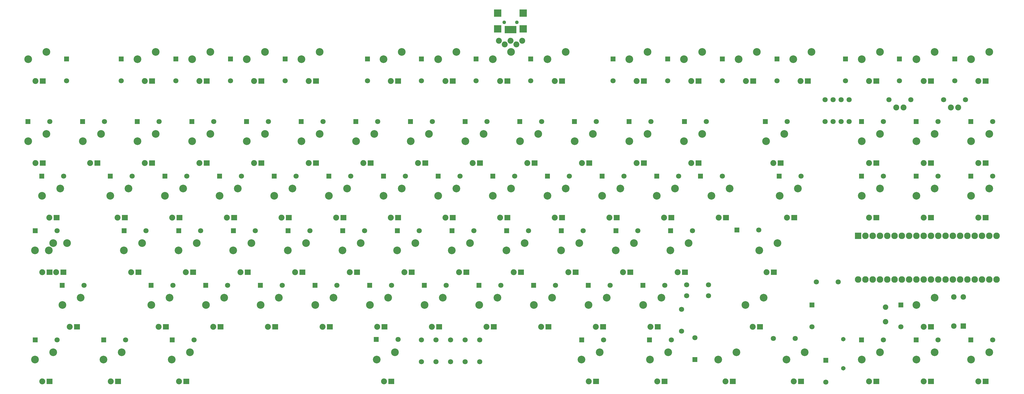
<source format=gts>
G04 (created by PCBNEW (2013-04-19 BZR 4011)-stable) date 14/07/2013 10:02:36 PM*
%MOIN*%
G04 Gerber Fmt 3.4, Leading zero omitted, Abs format*
%FSLAX34Y34*%
G01*
G70*
G90*
G04 APERTURE LIST*
%ADD10C,0*%
%ADD11C,0.105748*%
%ADD12R,0.081748X0.074748*%
%ADD13C,0.081748*%
%ADD14C,0.089748*%
%ADD15R,0.089748X0.089748*%
%ADD16C,0.070748*%
%ADD17R,0.070748X0.070748*%
%ADD18R,0.102248X0.102248*%
%ADD19R,0.035348X0.102248*%
%ADD20C,0.051148*%
%ADD21C,0.075748*%
%ADD22R,0.075748X0.075748*%
%ADD23C,0.074848*%
%ADD24C,0.060748*%
G04 APERTURE END LIST*
G54D10*
G54D11*
X110072Y-42095D03*
X107572Y-43095D03*
G54D12*
X109572Y-46095D03*
G54D13*
X108572Y-46095D03*
X128260Y-15970D03*
X129260Y-15970D03*
X135760Y-15970D03*
X136760Y-15970D03*
G54D14*
X123010Y-39595D03*
X124010Y-39595D03*
X125010Y-39595D03*
X126010Y-39595D03*
X127010Y-39595D03*
X128010Y-39595D03*
X129010Y-39595D03*
X130010Y-39595D03*
X131010Y-39595D03*
X132010Y-39595D03*
X133010Y-39595D03*
X134010Y-39595D03*
X135010Y-39595D03*
X136010Y-39595D03*
X137010Y-39595D03*
X138010Y-39595D03*
X139010Y-39595D03*
X140010Y-39595D03*
X141010Y-39595D03*
X142010Y-39595D03*
X142010Y-33595D03*
X141010Y-33595D03*
X140010Y-33595D03*
X139010Y-33595D03*
X138010Y-33595D03*
X137010Y-33595D03*
X136010Y-33595D03*
X135010Y-33595D03*
X134010Y-33595D03*
X133010Y-33595D03*
X132010Y-33595D03*
X131010Y-33595D03*
X130010Y-33595D03*
X129010Y-33595D03*
X128010Y-33595D03*
X127010Y-33595D03*
X126010Y-33595D03*
X125010Y-33595D03*
X124010Y-33595D03*
G54D15*
X123010Y-33595D03*
G54D16*
X65100Y-50900D03*
X65100Y-47900D03*
X69100Y-50900D03*
X69100Y-47900D03*
X71100Y-50900D03*
X71100Y-47900D03*
X111400Y-47700D03*
X114400Y-47700D03*
X118500Y-14900D03*
X118500Y-17900D03*
X119600Y-14900D03*
X119600Y-17900D03*
X120700Y-14900D03*
X120700Y-17900D03*
X98800Y-43700D03*
X98800Y-46700D03*
X121800Y-14900D03*
X121800Y-17900D03*
G54D11*
X11635Y-19595D03*
X9135Y-20595D03*
G54D12*
X11135Y-23595D03*
G54D13*
X10135Y-23595D03*
G54D11*
X141010Y-49595D03*
X138510Y-50595D03*
G54D12*
X140510Y-53595D03*
G54D13*
X139510Y-53595D03*
G54D11*
X133510Y-27095D03*
X131010Y-28095D03*
G54D12*
X133010Y-31095D03*
G54D13*
X132010Y-31095D03*
G54D11*
X109135Y-8345D03*
X106635Y-9345D03*
G54D12*
X108635Y-12345D03*
G54D13*
X107635Y-12345D03*
G54D11*
X105385Y-27095D03*
X102885Y-28095D03*
G54D12*
X104885Y-31095D03*
G54D13*
X103885Y-31095D03*
G54D11*
X101635Y-19595D03*
X99135Y-20595D03*
G54D12*
X101135Y-23595D03*
G54D13*
X100135Y-23595D03*
G54D11*
X126010Y-8345D03*
X123510Y-9345D03*
G54D12*
X125510Y-12345D03*
G54D13*
X124510Y-12345D03*
G54D11*
X133510Y-19595D03*
X131010Y-20595D03*
G54D12*
X133010Y-23595D03*
G54D13*
X132010Y-23595D03*
G54D11*
X99760Y-34595D03*
X97260Y-35595D03*
G54D12*
X99260Y-38595D03*
G54D13*
X98260Y-38595D03*
G54D11*
X79135Y-19595D03*
X76635Y-20595D03*
G54D12*
X78635Y-23595D03*
G54D13*
X77635Y-23595D03*
G54D11*
X126010Y-27095D03*
X123510Y-28095D03*
G54D12*
X125510Y-31095D03*
G54D13*
X124510Y-31095D03*
G54D11*
X133510Y-8345D03*
X131010Y-9345D03*
G54D12*
X133010Y-12345D03*
G54D13*
X132010Y-12345D03*
G54D11*
X116635Y-8345D03*
X114135Y-9345D03*
G54D12*
X116135Y-12345D03*
G54D13*
X115135Y-12345D03*
G54D11*
X36010Y-42095D03*
X33510Y-43095D03*
G54D12*
X35510Y-46095D03*
G54D13*
X34510Y-46095D03*
G54D11*
X60385Y-27095D03*
X57885Y-28095D03*
G54D12*
X59885Y-31095D03*
G54D13*
X58885Y-31095D03*
G54D11*
X56635Y-19595D03*
X54135Y-20595D03*
G54D12*
X56135Y-23595D03*
G54D13*
X55135Y-23595D03*
G54D11*
X49135Y-8345D03*
X46635Y-9345D03*
G54D12*
X48635Y-12345D03*
G54D13*
X47635Y-12345D03*
G54D11*
X51010Y-42095D03*
X48510Y-43095D03*
G54D12*
X50510Y-46095D03*
G54D13*
X49510Y-46095D03*
G54D11*
X47260Y-34595D03*
X44760Y-35595D03*
G54D12*
X46760Y-38595D03*
G54D13*
X45760Y-38595D03*
G54D11*
X52885Y-27095D03*
X50385Y-28095D03*
G54D12*
X52385Y-31095D03*
G54D13*
X51385Y-31095D03*
G54D11*
X49135Y-19595D03*
X46635Y-20595D03*
G54D12*
X48635Y-23595D03*
G54D13*
X47635Y-23595D03*
G54D11*
X41635Y-8345D03*
X39135Y-9345D03*
G54D12*
X41135Y-12345D03*
G54D13*
X40135Y-12345D03*
G54D11*
X43510Y-42095D03*
X41010Y-43095D03*
G54D12*
X43010Y-46095D03*
G54D13*
X42010Y-46095D03*
G54D11*
X39760Y-34595D03*
X37260Y-35595D03*
G54D12*
X39260Y-38595D03*
G54D13*
X38260Y-38595D03*
G54D11*
X45385Y-27095D03*
X42885Y-28095D03*
G54D12*
X44885Y-31095D03*
G54D13*
X43885Y-31095D03*
G54D11*
X41635Y-19595D03*
X39135Y-20595D03*
G54D12*
X41135Y-23595D03*
G54D13*
X40135Y-23595D03*
G54D11*
X34135Y-8345D03*
X31635Y-9345D03*
G54D12*
X33635Y-12345D03*
G54D13*
X32635Y-12345D03*
G54D11*
X101635Y-8345D03*
X99135Y-9345D03*
G54D12*
X101135Y-12345D03*
G54D13*
X100135Y-12345D03*
G54D11*
X32260Y-34595D03*
X29760Y-35595D03*
G54D12*
X31760Y-38595D03*
G54D13*
X30760Y-38595D03*
G54D11*
X37885Y-27095D03*
X35385Y-28095D03*
G54D12*
X37385Y-31095D03*
G54D13*
X36385Y-31095D03*
G54D11*
X34135Y-19595D03*
X31635Y-20595D03*
G54D12*
X33635Y-23595D03*
G54D13*
X32635Y-23595D03*
G54D11*
X26635Y-8345D03*
X24135Y-9345D03*
G54D12*
X26135Y-12345D03*
G54D13*
X25135Y-12345D03*
G54D11*
X28510Y-42095D03*
X26010Y-43095D03*
G54D12*
X28010Y-46095D03*
G54D13*
X27010Y-46095D03*
G54D11*
X24760Y-34595D03*
X22260Y-35595D03*
G54D12*
X24260Y-38595D03*
G54D13*
X23260Y-38595D03*
G54D11*
X30385Y-27095D03*
X27885Y-28095D03*
G54D12*
X29885Y-31095D03*
G54D13*
X28885Y-31095D03*
G54D11*
X26635Y-19595D03*
X24135Y-20595D03*
G54D12*
X26135Y-23595D03*
G54D13*
X25135Y-23595D03*
G54D11*
X22885Y-27095D03*
X20385Y-28095D03*
G54D12*
X22385Y-31095D03*
G54D13*
X21385Y-31095D03*
G54D11*
X19135Y-19595D03*
X16635Y-20595D03*
G54D12*
X18635Y-23595D03*
G54D13*
X17635Y-23595D03*
G54D11*
X11635Y-8345D03*
X9135Y-9345D03*
G54D12*
X11135Y-12345D03*
G54D13*
X10135Y-12345D03*
G54D11*
X54760Y-34595D03*
X52260Y-35595D03*
G54D12*
X54260Y-38595D03*
G54D13*
X53260Y-38595D03*
G54D11*
X96010Y-42095D03*
X93510Y-43095D03*
G54D12*
X95510Y-46095D03*
G54D13*
X94510Y-46095D03*
G54D11*
X92260Y-34595D03*
X89760Y-35595D03*
G54D12*
X91760Y-38595D03*
G54D13*
X90760Y-38595D03*
G54D11*
X97885Y-27095D03*
X95385Y-28095D03*
G54D12*
X97385Y-31095D03*
G54D13*
X96385Y-31095D03*
G54D11*
X94135Y-19595D03*
X91635Y-20595D03*
G54D12*
X93635Y-23595D03*
G54D13*
X92635Y-23595D03*
G54D11*
X94135Y-8345D03*
X91635Y-9345D03*
G54D12*
X93635Y-12345D03*
G54D13*
X92635Y-12345D03*
G54D11*
X88510Y-42095D03*
X86010Y-43095D03*
G54D12*
X88010Y-46095D03*
G54D13*
X87010Y-46095D03*
G54D11*
X84760Y-34595D03*
X82260Y-35595D03*
G54D12*
X84260Y-38595D03*
G54D13*
X83260Y-38595D03*
G54D11*
X90385Y-27095D03*
X87885Y-28095D03*
G54D12*
X89885Y-31095D03*
G54D13*
X88885Y-31095D03*
G54D11*
X86635Y-19595D03*
X84135Y-20595D03*
G54D12*
X86135Y-23595D03*
G54D13*
X85135Y-23595D03*
G54D11*
X82885Y-8345D03*
X80385Y-9345D03*
G54D12*
X82385Y-12345D03*
G54D13*
X81385Y-12345D03*
G54D11*
X81010Y-42095D03*
X78510Y-43095D03*
G54D12*
X80510Y-46095D03*
G54D13*
X79510Y-46095D03*
G54D11*
X77260Y-34595D03*
X74760Y-35595D03*
G54D12*
X76760Y-38595D03*
G54D13*
X75760Y-38595D03*
G54D11*
X82885Y-27095D03*
X80385Y-28095D03*
G54D12*
X82385Y-31095D03*
G54D13*
X81385Y-31095D03*
G54D11*
X75385Y-8345D03*
X72885Y-9345D03*
G54D12*
X74885Y-12345D03*
G54D13*
X73885Y-12345D03*
G54D11*
X73510Y-42095D03*
X71010Y-43095D03*
G54D12*
X73010Y-46095D03*
G54D13*
X72010Y-46095D03*
G54D11*
X69760Y-34595D03*
X67260Y-35595D03*
G54D12*
X69260Y-38595D03*
G54D13*
X68260Y-38595D03*
G54D11*
X75385Y-27095D03*
X72885Y-28095D03*
G54D12*
X74885Y-31095D03*
G54D13*
X73885Y-31095D03*
G54D11*
X71635Y-19595D03*
X69135Y-20595D03*
G54D12*
X71135Y-23595D03*
G54D13*
X70135Y-23595D03*
G54D11*
X67885Y-8345D03*
X65385Y-9345D03*
G54D12*
X67385Y-12345D03*
G54D13*
X66385Y-12345D03*
G54D11*
X66010Y-42095D03*
X63510Y-43095D03*
G54D12*
X65510Y-46095D03*
G54D13*
X64510Y-46095D03*
G54D11*
X62260Y-34595D03*
X59760Y-35595D03*
G54D12*
X61760Y-38595D03*
G54D13*
X60760Y-38595D03*
G54D11*
X67885Y-27095D03*
X65385Y-28095D03*
G54D12*
X67385Y-31095D03*
G54D13*
X66385Y-31095D03*
G54D11*
X64135Y-19595D03*
X61635Y-20595D03*
G54D12*
X63635Y-23595D03*
G54D13*
X62635Y-23595D03*
G54D11*
X60385Y-8345D03*
X57885Y-9345D03*
G54D12*
X59885Y-12345D03*
G54D13*
X58885Y-12345D03*
G54D11*
X58510Y-42095D03*
X56010Y-43095D03*
G54D12*
X58010Y-46095D03*
G54D13*
X57010Y-46095D03*
G54D11*
X133510Y-49595D03*
X131010Y-50595D03*
G54D12*
X133010Y-53595D03*
G54D13*
X132010Y-53595D03*
G54D11*
X133510Y-42095D03*
X131010Y-43095D03*
G54D12*
X133010Y-46095D03*
G54D13*
X132010Y-46095D03*
G54D11*
X126010Y-49595D03*
X123510Y-50595D03*
G54D12*
X125510Y-53595D03*
G54D13*
X124510Y-53595D03*
G54D11*
X126010Y-19595D03*
X123510Y-20595D03*
G54D12*
X125510Y-23595D03*
G54D13*
X124510Y-23595D03*
G54D11*
X141010Y-8345D03*
X138510Y-9345D03*
G54D12*
X140510Y-12345D03*
G54D13*
X139510Y-12345D03*
G54D11*
X141010Y-19595D03*
X138510Y-20595D03*
G54D12*
X140510Y-23595D03*
G54D13*
X139510Y-23595D03*
G54D11*
X141010Y-27095D03*
X138510Y-28095D03*
G54D12*
X140510Y-31095D03*
G54D13*
X139510Y-31095D03*
G54D11*
X114760Y-27095D03*
X112260Y-28095D03*
G54D12*
X114260Y-31095D03*
G54D13*
X113260Y-31095D03*
G54D11*
X13510Y-27095D03*
X11010Y-28095D03*
G54D12*
X13010Y-31095D03*
G54D13*
X12010Y-31095D03*
G54D11*
X31322Y-49595D03*
X28822Y-50595D03*
G54D12*
X30822Y-53595D03*
G54D13*
X29822Y-53595D03*
G54D11*
X21947Y-49595D03*
X19447Y-50595D03*
G54D12*
X21447Y-53595D03*
G54D13*
X20447Y-53595D03*
G54D11*
X12572Y-49595D03*
X10072Y-50595D03*
G54D12*
X12072Y-53595D03*
G54D13*
X11072Y-53595D03*
G54D11*
X106322Y-49595D03*
X103822Y-50595D03*
G54D12*
X105822Y-53595D03*
G54D13*
X104822Y-53595D03*
G54D11*
X115697Y-49595D03*
X113197Y-50595D03*
G54D12*
X115197Y-53595D03*
G54D13*
X114197Y-53595D03*
G54D11*
X96947Y-49595D03*
X94447Y-50595D03*
G54D12*
X96447Y-53595D03*
G54D13*
X95447Y-53595D03*
G54D11*
X87572Y-49595D03*
X85072Y-50595D03*
G54D12*
X87072Y-53595D03*
G54D13*
X86072Y-53595D03*
G54D11*
X59447Y-49595D03*
X56947Y-50595D03*
G54D12*
X58947Y-53595D03*
G54D13*
X57947Y-53595D03*
G54D11*
X111947Y-34595D03*
X109447Y-35595D03*
G54D12*
X111447Y-38595D03*
G54D13*
X110447Y-38595D03*
G54D11*
X16322Y-42095D03*
X13822Y-43095D03*
G54D12*
X15822Y-46095D03*
G54D13*
X14822Y-46095D03*
X12947Y-38595D03*
G54D12*
X13947Y-38595D03*
G54D11*
X11947Y-35595D03*
X14447Y-34595D03*
X12572Y-34595D03*
X10072Y-35595D03*
G54D12*
X12072Y-38595D03*
G54D13*
X11072Y-38595D03*
G54D11*
X112885Y-19595D03*
X110385Y-20595D03*
G54D12*
X112385Y-23595D03*
G54D13*
X111385Y-23595D03*
G54D17*
X65400Y-25400D03*
G54D16*
X68400Y-25400D03*
G54D17*
X76600Y-17900D03*
G54D16*
X79600Y-17900D03*
G54D17*
X70600Y-9300D03*
G54D16*
X70600Y-12300D03*
G54D17*
X71000Y-40400D03*
G54D16*
X74000Y-40400D03*
G54D17*
X67300Y-32900D03*
G54D16*
X70300Y-32900D03*
G54D17*
X72900Y-25400D03*
G54D16*
X75900Y-25400D03*
G54D17*
X69100Y-17900D03*
G54D16*
X72100Y-17900D03*
G54D17*
X63100Y-9300D03*
G54D16*
X63100Y-12300D03*
G54D17*
X111900Y-9300D03*
G54D16*
X111900Y-12300D03*
G54D17*
X63500Y-40400D03*
G54D16*
X66500Y-40400D03*
G54D17*
X59800Y-32900D03*
G54D16*
X62800Y-32900D03*
G54D17*
X123500Y-17900D03*
G54D16*
X126500Y-17900D03*
G54D17*
X80400Y-25400D03*
G54D16*
X83400Y-25400D03*
G54D17*
X61600Y-17900D03*
G54D16*
X64600Y-17900D03*
G54D17*
X123500Y-25400D03*
G54D16*
X126500Y-25400D03*
G54D17*
X55700Y-9300D03*
G54D16*
X55700Y-12300D03*
G54D17*
X56000Y-40400D03*
G54D16*
X59000Y-40400D03*
G54D17*
X57900Y-25400D03*
G54D16*
X60900Y-25400D03*
G54D17*
X121300Y-9300D03*
G54D16*
X121300Y-12300D03*
G54D17*
X54100Y-17900D03*
G54D16*
X57100Y-17900D03*
G54D17*
X44400Y-9300D03*
G54D16*
X44400Y-12300D03*
G54D17*
X131000Y-17900D03*
G54D16*
X134000Y-17900D03*
G54D17*
X86000Y-40400D03*
G54D16*
X89000Y-40400D03*
G54D17*
X99200Y-17900D03*
G54D16*
X102200Y-17900D03*
G54D17*
X96900Y-9300D03*
G54D16*
X96900Y-12300D03*
G54D17*
X56885Y-47845D03*
G54D16*
X59885Y-47845D03*
G54D17*
X93500Y-40400D03*
G54D16*
X96500Y-40400D03*
G54D17*
X101400Y-25400D03*
G54D16*
X104400Y-25400D03*
G54D17*
X89800Y-32900D03*
G54D16*
X92800Y-32900D03*
G54D17*
X95400Y-25400D03*
G54D16*
X98400Y-25400D03*
G54D17*
X97300Y-32900D03*
G54D16*
X100300Y-32900D03*
G54D17*
X91600Y-17900D03*
G54D16*
X94600Y-17900D03*
G54D17*
X89400Y-9300D03*
G54D16*
X89400Y-12300D03*
G54D17*
X14400Y-9300D03*
G54D16*
X14400Y-12300D03*
G54D17*
X82300Y-32900D03*
G54D16*
X85300Y-32900D03*
G54D17*
X104400Y-9300D03*
G54D16*
X104400Y-12300D03*
G54D17*
X87900Y-25400D03*
G54D16*
X90900Y-25400D03*
G54D17*
X84100Y-17900D03*
G54D16*
X87100Y-17900D03*
G54D17*
X110300Y-17900D03*
G54D16*
X113300Y-17900D03*
G54D17*
X78100Y-9300D03*
G54D16*
X78100Y-12300D03*
G54D17*
X78500Y-40400D03*
G54D16*
X81500Y-40400D03*
G54D17*
X112200Y-25400D03*
G54D16*
X115200Y-25400D03*
G54D17*
X74800Y-32900D03*
G54D16*
X77800Y-32900D03*
G54D17*
X52300Y-32900D03*
G54D16*
X55300Y-32900D03*
G54D17*
X26000Y-40400D03*
G54D16*
X29000Y-40400D03*
G54D17*
X29400Y-9300D03*
G54D16*
X29400Y-12300D03*
G54D17*
X28900Y-47900D03*
G54D16*
X31900Y-47900D03*
G54D17*
X33500Y-40400D03*
G54D16*
X36500Y-40400D03*
G54D17*
X29800Y-32900D03*
G54D16*
X32800Y-32900D03*
G54D17*
X48500Y-40400D03*
G54D16*
X51500Y-40400D03*
G54D17*
X31600Y-17900D03*
G54D16*
X34600Y-17900D03*
G54D17*
X94400Y-47900D03*
G54D16*
X97400Y-47900D03*
G54D17*
X21900Y-9300D03*
G54D16*
X21900Y-12300D03*
G54D17*
X19500Y-47900D03*
G54D16*
X22500Y-47900D03*
G54D17*
X35400Y-25400D03*
G54D16*
X38400Y-25400D03*
G54D17*
X22300Y-32900D03*
G54D16*
X25300Y-32900D03*
G54D17*
X11000Y-25400D03*
G54D16*
X14000Y-25400D03*
G54D17*
X27900Y-25400D03*
G54D16*
X30900Y-25400D03*
G54D17*
X24100Y-17900D03*
G54D16*
X27100Y-17900D03*
G54D17*
X9100Y-17900D03*
G54D16*
X12100Y-17900D03*
G54D17*
X10100Y-47900D03*
G54D16*
X13100Y-47900D03*
G54D17*
X13800Y-40400D03*
G54D16*
X16800Y-40400D03*
G54D17*
X10100Y-32900D03*
G54D16*
X13100Y-32900D03*
G54D17*
X20400Y-25400D03*
G54D16*
X23400Y-25400D03*
G54D17*
X16600Y-17900D03*
G54D16*
X19600Y-17900D03*
G54D17*
X85100Y-47900D03*
G54D16*
X88100Y-47900D03*
G54D17*
X46600Y-17900D03*
G54D16*
X49600Y-17900D03*
G54D17*
X50400Y-25400D03*
G54D16*
X53400Y-25400D03*
G54D17*
X36900Y-9300D03*
G54D16*
X36900Y-12300D03*
G54D17*
X131000Y-25400D03*
G54D16*
X134000Y-25400D03*
G54D17*
X41000Y-40400D03*
G54D16*
X44000Y-40400D03*
G54D17*
X37300Y-32900D03*
G54D16*
X40300Y-32900D03*
G54D17*
X44800Y-32900D03*
G54D16*
X47800Y-32900D03*
G54D17*
X42900Y-25400D03*
G54D16*
X45900Y-25400D03*
G54D17*
X128700Y-9300D03*
G54D16*
X128700Y-12300D03*
G54D17*
X39100Y-17900D03*
G54D16*
X42100Y-17900D03*
G54D17*
X106400Y-32800D03*
G54D16*
X109400Y-32800D03*
G54D17*
X116700Y-43100D03*
G54D16*
X116700Y-46100D03*
G54D17*
X118600Y-50700D03*
G54D16*
X118600Y-53700D03*
G54D17*
X123500Y-47900D03*
G54D16*
X126500Y-47900D03*
G54D17*
X100635Y-50595D03*
G54D16*
X100635Y-47595D03*
G54D17*
X128885Y-43095D03*
G54D16*
X128885Y-46095D03*
G54D17*
X131000Y-47900D03*
G54D16*
X134000Y-47900D03*
G54D17*
X136300Y-9300D03*
G54D16*
X136300Y-12300D03*
G54D17*
X138500Y-17900D03*
G54D16*
X141500Y-17900D03*
G54D17*
X138500Y-25400D03*
G54D16*
X141500Y-25400D03*
G54D17*
X138500Y-47900D03*
G54D16*
X141500Y-47900D03*
G54D18*
X73576Y-5165D03*
G54D19*
X75949Y-5275D03*
X75634Y-5275D03*
X75320Y-5275D03*
X75006Y-5275D03*
X74691Y-5275D03*
G54D20*
X76185Y-4280D03*
X74454Y-4280D03*
G54D18*
X77064Y-5165D03*
X77064Y-3000D03*
X73576Y-3000D03*
G54D13*
X73720Y-6820D03*
X74520Y-7320D03*
X75320Y-6820D03*
X76120Y-7320D03*
X76920Y-6820D03*
G54D21*
X136150Y-46000D03*
X136150Y-42000D03*
G54D16*
X117300Y-39950D03*
X120300Y-39950D03*
X102500Y-41850D03*
X99500Y-41850D03*
X99500Y-40350D03*
X102500Y-40350D03*
G54D22*
X137450Y-46000D03*
G54D21*
X137450Y-42000D03*
G54D23*
X126800Y-45400D03*
X126800Y-43400D03*
G54D16*
X127250Y-14900D03*
X130250Y-14900D03*
X134750Y-14900D03*
X137750Y-14900D03*
X63100Y-50900D03*
X63100Y-47900D03*
X67100Y-50900D03*
X67100Y-47900D03*
G54D24*
X121000Y-47800D03*
X121000Y-51800D03*
M02*

</source>
